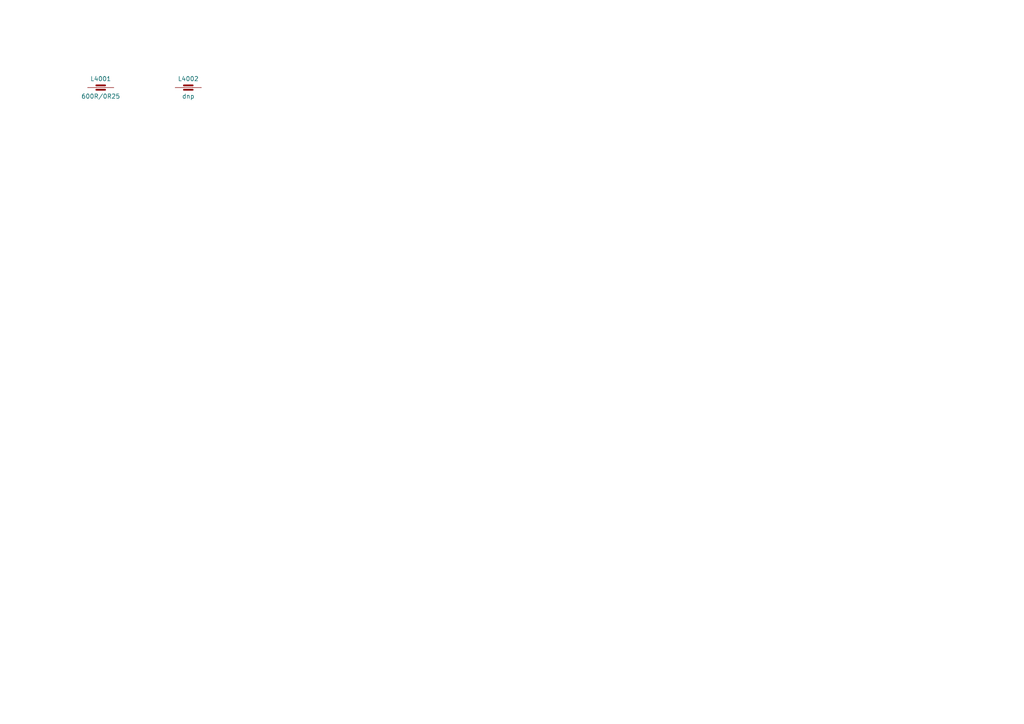
<source format=kicad_sch>
(kicad_sch
	(version 20231120)
	(generator "eeschema")
	(generator_version "8.0")
	(uuid "336c5391-3585-466b-b9c1-d485831a9365")
	(paper "A4")
	(title_block
		(title "Lily KiCad Library test")
		(date "2024-07-03")
		(rev "1")
		(company "LilyTronics")
	)
	(lib_symbols
		(symbol "lily_symbols:ind_bead_600R@100MHz_1A5_0R25_0805"
			(pin_numbers hide)
			(pin_names
				(offset 0) hide)
			(exclude_from_sim no)
			(in_bom yes)
			(on_board yes)
			(property "Reference" "L"
				(at 3.81 2.54 0)
				(effects
					(font
						(size 1.27 1.27)
					)
				)
			)
			(property "Value" "600R/0R25"
				(at 3.81 -2.54 0)
				(effects
					(font
						(size 1.27 1.27)
					)
				)
			)
			(property "Footprint" "lily_footprints:ind_0805"
				(at 3.81 -10.16 0)
				(effects
					(font
						(size 1.27 1.27)
					)
					(hide yes)
				)
			)
			(property "Datasheet" ""
				(at 0 0 0)
				(effects
					(font
						(size 1.27 1.27)
					)
					(hide yes)
				)
			)
			(property "Description" ""
				(at 0 0 0)
				(effects
					(font
						(size 1.27 1.27)
					)
					(hide yes)
				)
			)
			(property "Revision" "1"
				(at 3.81 -5.08 0)
				(effects
					(font
						(size 1.27 1.27)
					)
					(hide yes)
				)
			)
			(property "Status" "Active"
				(at 3.81 -7.62 0)
				(effects
					(font
						(size 1.27 1.27)
					)
					(hide yes)
				)
			)
			(property "Manufacturer" "Guangdong Fenghua Advanced Tech"
				(at 3.81 -12.7 0)
				(effects
					(font
						(size 1.27 1.27)
					)
					(hide yes)
				)
			)
			(property "Manufacturer_ID" "CBW201209U601T"
				(at 3.81 -15.24 0)
				(effects
					(font
						(size 1.27 1.27)
					)
					(hide yes)
				)
			)
			(property "Lily_ID" "1916-xxxxx"
				(at 3.81 -17.78 0)
				(effects
					(font
						(size 1.27 1.27)
					)
					(hide yes)
				)
			)
			(property "JLCPCB_ID" "C21286"
				(at 3.81 -20.32 0)
				(effects
					(font
						(size 1.27 1.27)
					)
					(hide yes)
				)
			)
			(property "JLCPCB_STATUS" "Extended"
				(at 3.81 -22.86 0)
				(effects
					(font
						(size 1.27 1.27)
					)
					(hide yes)
				)
			)
			(symbol "ind_bead_600R@100MHz_1A5_0R25_0805_0_1"
				(polyline
					(pts
						(xy 2.54 -0.635) (xy 5.08 -0.635)
					)
					(stroke
						(width 0.508)
						(type default)
					)
					(fill
						(type none)
					)
				)
				(polyline
					(pts
						(xy 2.54 0) (xy 5.08 0)
					)
					(stroke
						(width 0)
						(type default)
					)
					(fill
						(type none)
					)
				)
				(polyline
					(pts
						(xy 2.54 0.635) (xy 5.08 0.635)
					)
					(stroke
						(width 0.508)
						(type default)
					)
					(fill
						(type none)
					)
				)
			)
			(symbol "ind_bead_600R@100MHz_1A5_0R25_0805_1_1"
				(pin passive line
					(at 0 0 0)
					(length 2.54)
					(name "~"
						(effects
							(font
								(size 1.27 1.27)
							)
						)
					)
					(number "1"
						(effects
							(font
								(size 1.27 1.27)
							)
						)
					)
				)
				(pin passive line
					(at 7.62 0 180)
					(length 2.54)
					(name "~"
						(effects
							(font
								(size 1.27 1.27)
							)
						)
					)
					(number "2"
						(effects
							(font
								(size 1.27 1.27)
							)
						)
					)
				)
			)
		)
		(symbol "lily_symbols:ind_bead_do_not_populate_0805"
			(pin_numbers hide)
			(pin_names
				(offset 0) hide)
			(exclude_from_sim no)
			(in_bom yes)
			(on_board yes)
			(property "Reference" "L"
				(at 3.81 2.54 0)
				(effects
					(font
						(size 1.27 1.27)
					)
				)
			)
			(property "Value" "dnp"
				(at 3.81 -2.54 0)
				(effects
					(font
						(size 1.27 1.27)
					)
				)
			)
			(property "Footprint" "lily_footprints:ind_0805_dnp"
				(at 3.81 -7.62 0)
				(effects
					(font
						(size 1.27 1.27)
					)
					(hide yes)
				)
			)
			(property "Datasheet" ""
				(at 0 0 0)
				(effects
					(font
						(size 1.27 1.27)
					)
					(hide yes)
				)
			)
			(property "Description" ""
				(at 0 0 0)
				(effects
					(font
						(size 1.27 1.27)
					)
					(hide yes)
				)
			)
			(property "Revision" "1"
				(at 3.81 -5.08 0)
				(effects
					(font
						(size 1.27 1.27)
					)
					(hide yes)
				)
			)
			(symbol "ind_bead_do_not_populate_0805_0_1"
				(polyline
					(pts
						(xy 2.54 -0.635) (xy 5.08 -0.635)
					)
					(stroke
						(width 0.508)
						(type default)
					)
					(fill
						(type none)
					)
				)
				(polyline
					(pts
						(xy 2.54 0) (xy 5.08 0)
					)
					(stroke
						(width 0)
						(type default)
					)
					(fill
						(type none)
					)
				)
				(polyline
					(pts
						(xy 2.54 0.635) (xy 5.08 0.635)
					)
					(stroke
						(width 0.508)
						(type default)
					)
					(fill
						(type none)
					)
				)
			)
			(symbol "ind_bead_do_not_populate_0805_1_1"
				(pin passive line
					(at 0 0 0)
					(length 2.54)
					(name "~"
						(effects
							(font
								(size 1.27 1.27)
							)
						)
					)
					(number "1"
						(effects
							(font
								(size 1.27 1.27)
							)
						)
					)
				)
				(pin passive line
					(at 7.62 0 180)
					(length 2.54)
					(name "~"
						(effects
							(font
								(size 1.27 1.27)
							)
						)
					)
					(number "2"
						(effects
							(font
								(size 1.27 1.27)
							)
						)
					)
				)
			)
		)
	)
	(symbol
		(lib_id "lily_symbols:ind_bead_do_not_populate_0805")
		(at 50.8 25.4 0)
		(unit 1)
		(exclude_from_sim no)
		(in_bom yes)
		(on_board yes)
		(dnp no)
		(uuid "bb53850e-02e3-4c9f-bcb7-18e19c7ccec0")
		(property "Reference" "L4002"
			(at 54.61 22.86 0)
			(effects
				(font
					(size 1.27 1.27)
				)
			)
		)
		(property "Value" "dnp"
			(at 54.61 27.94 0)
			(effects
				(font
					(size 1.27 1.27)
				)
			)
		)
		(property "Footprint" "lily_footprints:ind_0805_dnp"
			(at 54.61 35.56 0)
			(effects
				(font
					(size 1.27 1.27)
				)
				(hide yes)
			)
		)
		(property "Datasheet" ""
			(at 50.8 25.4 0)
			(effects
				(font
					(size 1.27 1.27)
				)
				(hide yes)
			)
		)
		(property "Description" ""
			(at 50.8 25.4 0)
			(effects
				(font
					(size 1.27 1.27)
				)
				(hide yes)
			)
		)
		(property "Revision" "1"
			(at 54.61 30.48 0)
			(effects
				(font
					(size 1.27 1.27)
				)
				(hide yes)
			)
		)
		(pin "2"
			(uuid "5ff810a9-cdf2-4b8a-9990-2a89f29264aa")
		)
		(pin "1"
			(uuid "69e3c303-9816-4c6e-a24d-6d980c31e614")
		)
		(instances
			(project "kicad_lib_test"
				(path "/032b8f2d-5c08-4381-9e3a-c197ca84e3c5/ac804940-04be-4885-b738-67220611f5f6"
					(reference "L4002")
					(unit 1)
				)
			)
		)
	)
	(symbol
		(lib_id "lily_symbols:ind_bead_600R@100MHz_1A5_0R25_0805")
		(at 25.4 25.4 0)
		(unit 1)
		(exclude_from_sim no)
		(in_bom yes)
		(on_board yes)
		(dnp no)
		(uuid "e8dfc40c-39c3-4aa3-a0de-068fc142f5e0")
		(property "Reference" "L4001"
			(at 29.21 22.86 0)
			(effects
				(font
					(size 1.27 1.27)
				)
			)
		)
		(property "Value" "600R/0R25"
			(at 29.21 27.94 0)
			(effects
				(font
					(size 1.27 1.27)
				)
			)
		)
		(property "Footprint" "lily_footprints:ind_0805"
			(at 29.21 35.56 0)
			(effects
				(font
					(size 1.27 1.27)
				)
				(hide yes)
			)
		)
		(property "Datasheet" ""
			(at 25.4 25.4 0)
			(effects
				(font
					(size 1.27 1.27)
				)
				(hide yes)
			)
		)
		(property "Description" ""
			(at 25.4 25.4 0)
			(effects
				(font
					(size 1.27 1.27)
				)
				(hide yes)
			)
		)
		(property "Revision" "1"
			(at 29.21 30.48 0)
			(effects
				(font
					(size 1.27 1.27)
				)
				(hide yes)
			)
		)
		(property "Status" "Active"
			(at 29.21 33.02 0)
			(effects
				(font
					(size 1.27 1.27)
				)
				(hide yes)
			)
		)
		(property "Manufacturer" "Guangdong Fenghua Advanced Tech"
			(at 29.21 38.1 0)
			(effects
				(font
					(size 1.27 1.27)
				)
				(hide yes)
			)
		)
		(property "Manufacturer_ID" "CBW201209U601T"
			(at 29.21 40.64 0)
			(effects
				(font
					(size 1.27 1.27)
				)
				(hide yes)
			)
		)
		(property "Lily_ID" "1916-xxxxx"
			(at 29.21 43.18 0)
			(effects
				(font
					(size 1.27 1.27)
				)
				(hide yes)
			)
		)
		(property "JLCPCB_ID" "C21286"
			(at 29.21 45.72 0)
			(effects
				(font
					(size 1.27 1.27)
				)
				(hide yes)
			)
		)
		(property "JLCPCB_STATUS" "Extended"
			(at 29.21 48.26 0)
			(effects
				(font
					(size 1.27 1.27)
				)
				(hide yes)
			)
		)
		(pin "2"
			(uuid "48c25552-5883-4f42-bc20-6ebfc98aeb5b")
		)
		(pin "1"
			(uuid "8243c625-72ba-4617-bd75-85f600e4806d")
		)
		(instances
			(project "kicad_lib_test"
				(path "/032b8f2d-5c08-4381-9e3a-c197ca84e3c5/ac804940-04be-4885-b738-67220611f5f6"
					(reference "L4001")
					(unit 1)
				)
			)
		)
	)
)
</source>
